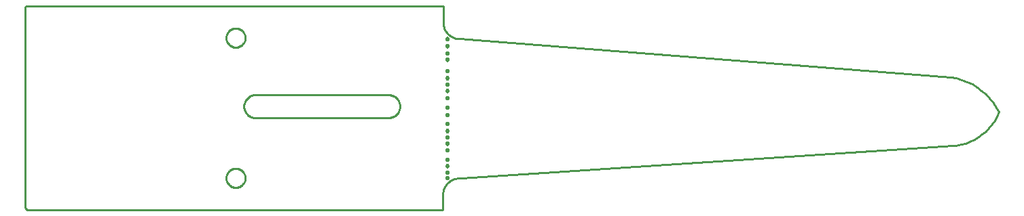
<source format=gbr>
G04 EAGLE Gerber RS-274X export*
G75*
%MOMM*%
%FSLAX34Y34*%
%LPD*%
%IN*%
%IPPOS*%
%AMOC8*
5,1,8,0,0,1.08239X$1,22.5*%
G01*
%ADD10C,0.254000*%


D10*
X5250Y12500D02*
X7750Y10000D01*
X525250Y10000D01*
X525250Y27500D01*
X525336Y29461D01*
X525592Y31407D01*
X526017Y33323D01*
X526607Y35195D01*
X527358Y37009D01*
X528264Y38750D01*
X529319Y40405D01*
X530514Y41963D01*
X531840Y43410D01*
X533287Y44736D01*
X534845Y45931D01*
X536500Y46986D01*
X538241Y47892D01*
X540055Y48643D01*
X541927Y49233D01*
X543843Y49658D01*
X545789Y49914D01*
X547750Y50000D01*
X549000Y50000D01*
X1161500Y90000D01*
X1166027Y90513D01*
X1171818Y91629D01*
X1177489Y93244D01*
X1182998Y95348D01*
X1188302Y97924D01*
X1193362Y100952D01*
X1198139Y104410D01*
X1202596Y108271D01*
X1206700Y112505D01*
X1210419Y117082D01*
X1213724Y121965D01*
X1216592Y127117D01*
X1219000Y132500D01*
X1215918Y138083D01*
X1211998Y143971D01*
X1207580Y149494D01*
X1202697Y154612D01*
X1197387Y159284D01*
X1191690Y163476D01*
X1185649Y167155D01*
X1179310Y170294D01*
X1172722Y172868D01*
X1165935Y174859D01*
X1159000Y176250D01*
X546500Y223750D01*
X544757Y223826D01*
X543027Y224054D01*
X541324Y224431D01*
X539660Y224956D01*
X538048Y225624D01*
X536500Y226430D01*
X535028Y227367D01*
X533644Y228429D01*
X532358Y229608D01*
X531179Y230894D01*
X530117Y232278D01*
X529180Y233750D01*
X528374Y235298D01*
X527706Y236910D01*
X527181Y238574D01*
X526804Y240277D01*
X526576Y242007D01*
X526500Y243750D01*
X526500Y265000D01*
X6500Y265000D01*
X5250Y263750D01*
X5250Y12500D01*
X291500Y125000D02*
X457750Y125000D01*
X459003Y125055D01*
X460246Y125218D01*
X461471Y125490D01*
X462667Y125867D01*
X463825Y126347D01*
X464938Y126926D01*
X465995Y127600D01*
X466990Y128363D01*
X467915Y129210D01*
X468762Y130135D01*
X469525Y131130D01*
X470199Y132188D01*
X470778Y133300D01*
X471258Y134458D01*
X471635Y135654D01*
X471907Y136879D01*
X472070Y138122D01*
X472125Y139375D01*
X472070Y140628D01*
X471907Y141871D01*
X471635Y143096D01*
X471258Y144292D01*
X470778Y145450D01*
X470199Y146563D01*
X469525Y147620D01*
X468762Y148615D01*
X467915Y149540D01*
X466990Y150387D01*
X465995Y151150D01*
X464938Y151824D01*
X463825Y152403D01*
X462667Y152883D01*
X461471Y153260D01*
X460246Y153532D01*
X459003Y153695D01*
X457750Y153750D01*
X292750Y153750D01*
X291495Y153750D01*
X290244Y153640D01*
X289008Y153422D01*
X287796Y153097D01*
X286616Y152667D01*
X285479Y152137D01*
X284392Y151509D01*
X283364Y150789D01*
X282402Y149982D01*
X281515Y149094D01*
X280708Y148132D01*
X279988Y147104D01*
X279361Y146017D01*
X278831Y144879D01*
X278402Y143699D01*
X278077Y142487D01*
X277859Y141251D01*
X277750Y140000D01*
X277750Y138745D01*
X277860Y137494D01*
X278078Y136258D01*
X278403Y135046D01*
X278833Y133866D01*
X279363Y132729D01*
X279991Y131642D01*
X280711Y130614D01*
X281518Y129652D01*
X282406Y128765D01*
X283368Y127958D01*
X284396Y127238D01*
X285483Y126611D01*
X286621Y126081D01*
X287801Y125652D01*
X289013Y125327D01*
X290250Y125109D01*
X291500Y125000D01*
X532500Y49852D02*
X532442Y49562D01*
X532329Y49289D01*
X532165Y49044D01*
X531956Y48835D01*
X531711Y48671D01*
X531438Y48558D01*
X531148Y48500D01*
X530852Y48500D01*
X530562Y48558D01*
X530289Y48671D01*
X530044Y48835D01*
X529835Y49044D01*
X529671Y49289D01*
X529558Y49562D01*
X529500Y49852D01*
X529500Y50148D01*
X529558Y50438D01*
X529671Y50711D01*
X529835Y50956D01*
X530044Y51165D01*
X530289Y51329D01*
X530562Y51442D01*
X530852Y51500D01*
X531148Y51500D01*
X531438Y51442D01*
X531711Y51329D01*
X531956Y51165D01*
X532165Y50956D01*
X532329Y50711D01*
X532442Y50438D01*
X532500Y50148D01*
X532500Y49852D01*
X532500Y56852D02*
X532442Y56562D01*
X532329Y56289D01*
X532165Y56044D01*
X531956Y55835D01*
X531711Y55671D01*
X531438Y55558D01*
X531148Y55500D01*
X530852Y55500D01*
X530562Y55558D01*
X530289Y55671D01*
X530044Y55835D01*
X529835Y56044D01*
X529671Y56289D01*
X529558Y56562D01*
X529500Y56852D01*
X529500Y57148D01*
X529558Y57438D01*
X529671Y57711D01*
X529835Y57956D01*
X530044Y58165D01*
X530289Y58329D01*
X530562Y58442D01*
X530852Y58500D01*
X531148Y58500D01*
X531438Y58442D01*
X531711Y58329D01*
X531956Y58165D01*
X532165Y57956D01*
X532329Y57711D01*
X532442Y57438D01*
X532500Y57148D01*
X532500Y56852D01*
X532500Y64852D02*
X532442Y64562D01*
X532329Y64289D01*
X532165Y64044D01*
X531956Y63835D01*
X531711Y63671D01*
X531438Y63558D01*
X531148Y63500D01*
X530852Y63500D01*
X530562Y63558D01*
X530289Y63671D01*
X530044Y63835D01*
X529835Y64044D01*
X529671Y64289D01*
X529558Y64562D01*
X529500Y64852D01*
X529500Y65148D01*
X529558Y65438D01*
X529671Y65711D01*
X529835Y65956D01*
X530044Y66165D01*
X530289Y66329D01*
X530562Y66442D01*
X530852Y66500D01*
X531148Y66500D01*
X531438Y66442D01*
X531711Y66329D01*
X531956Y66165D01*
X532165Y65956D01*
X532329Y65711D01*
X532442Y65438D01*
X532500Y65148D01*
X532500Y64852D01*
X532500Y72852D02*
X532442Y72562D01*
X532329Y72289D01*
X532165Y72044D01*
X531956Y71835D01*
X531711Y71671D01*
X531438Y71558D01*
X531148Y71500D01*
X530852Y71500D01*
X530562Y71558D01*
X530289Y71671D01*
X530044Y71835D01*
X529835Y72044D01*
X529671Y72289D01*
X529558Y72562D01*
X529500Y72852D01*
X529500Y73148D01*
X529558Y73438D01*
X529671Y73711D01*
X529835Y73956D01*
X530044Y74165D01*
X530289Y74329D01*
X530562Y74442D01*
X530852Y74500D01*
X531148Y74500D01*
X531438Y74442D01*
X531711Y74329D01*
X531956Y74165D01*
X532165Y73956D01*
X532329Y73711D01*
X532442Y73438D01*
X532500Y73148D01*
X532500Y72852D01*
X532500Y84852D02*
X532442Y84562D01*
X532329Y84289D01*
X532165Y84044D01*
X531956Y83835D01*
X531711Y83671D01*
X531438Y83558D01*
X531148Y83500D01*
X530852Y83500D01*
X530562Y83558D01*
X530289Y83671D01*
X530044Y83835D01*
X529835Y84044D01*
X529671Y84289D01*
X529558Y84562D01*
X529500Y84852D01*
X529500Y85148D01*
X529558Y85438D01*
X529671Y85711D01*
X529835Y85956D01*
X530044Y86165D01*
X530289Y86329D01*
X530562Y86442D01*
X530852Y86500D01*
X531148Y86500D01*
X531438Y86442D01*
X531711Y86329D01*
X531956Y86165D01*
X532165Y85956D01*
X532329Y85711D01*
X532442Y85438D01*
X532500Y85148D01*
X532500Y84852D01*
X532500Y92852D02*
X532442Y92562D01*
X532329Y92289D01*
X532165Y92044D01*
X531956Y91835D01*
X531711Y91671D01*
X531438Y91558D01*
X531148Y91500D01*
X530852Y91500D01*
X530562Y91558D01*
X530289Y91671D01*
X530044Y91835D01*
X529835Y92044D01*
X529671Y92289D01*
X529558Y92562D01*
X529500Y92852D01*
X529500Y93148D01*
X529558Y93438D01*
X529671Y93711D01*
X529835Y93956D01*
X530044Y94165D01*
X530289Y94329D01*
X530562Y94442D01*
X530852Y94500D01*
X531148Y94500D01*
X531438Y94442D01*
X531711Y94329D01*
X531956Y94165D01*
X532165Y93956D01*
X532329Y93711D01*
X532442Y93438D01*
X532500Y93148D01*
X532500Y92852D01*
X532500Y100852D02*
X532442Y100562D01*
X532329Y100289D01*
X532165Y100044D01*
X531956Y99835D01*
X531711Y99671D01*
X531438Y99558D01*
X531148Y99500D01*
X530852Y99500D01*
X530562Y99558D01*
X530289Y99671D01*
X530044Y99835D01*
X529835Y100044D01*
X529671Y100289D01*
X529558Y100562D01*
X529500Y100852D01*
X529500Y101148D01*
X529558Y101438D01*
X529671Y101711D01*
X529835Y101956D01*
X530044Y102165D01*
X530289Y102329D01*
X530562Y102442D01*
X530852Y102500D01*
X531148Y102500D01*
X531438Y102442D01*
X531711Y102329D01*
X531956Y102165D01*
X532165Y101956D01*
X532329Y101711D01*
X532442Y101438D01*
X532500Y101148D01*
X532500Y100852D01*
X532500Y108852D02*
X532442Y108562D01*
X532329Y108289D01*
X532165Y108044D01*
X531956Y107835D01*
X531711Y107671D01*
X531438Y107558D01*
X531148Y107500D01*
X530852Y107500D01*
X530562Y107558D01*
X530289Y107671D01*
X530044Y107835D01*
X529835Y108044D01*
X529671Y108289D01*
X529558Y108562D01*
X529500Y108852D01*
X529500Y109148D01*
X529558Y109438D01*
X529671Y109711D01*
X529835Y109956D01*
X530044Y110165D01*
X530289Y110329D01*
X530562Y110442D01*
X530852Y110500D01*
X531148Y110500D01*
X531438Y110442D01*
X531711Y110329D01*
X531956Y110165D01*
X532165Y109956D01*
X532329Y109711D01*
X532442Y109438D01*
X532500Y109148D01*
X532500Y108852D01*
X532500Y117852D02*
X532442Y117562D01*
X532329Y117289D01*
X532165Y117044D01*
X531956Y116835D01*
X531711Y116671D01*
X531438Y116558D01*
X531148Y116500D01*
X530852Y116500D01*
X530562Y116558D01*
X530289Y116671D01*
X530044Y116835D01*
X529835Y117044D01*
X529671Y117289D01*
X529558Y117562D01*
X529500Y117852D01*
X529500Y118148D01*
X529558Y118438D01*
X529671Y118711D01*
X529835Y118956D01*
X530044Y119165D01*
X530289Y119329D01*
X530562Y119442D01*
X530852Y119500D01*
X531148Y119500D01*
X531438Y119442D01*
X531711Y119329D01*
X531956Y119165D01*
X532165Y118956D01*
X532329Y118711D01*
X532442Y118438D01*
X532500Y118148D01*
X532500Y117852D01*
X532500Y128852D02*
X532442Y128562D01*
X532329Y128289D01*
X532165Y128044D01*
X531956Y127835D01*
X531711Y127671D01*
X531438Y127558D01*
X531148Y127500D01*
X530852Y127500D01*
X530562Y127558D01*
X530289Y127671D01*
X530044Y127835D01*
X529835Y128044D01*
X529671Y128289D01*
X529558Y128562D01*
X529500Y128852D01*
X529500Y129148D01*
X529558Y129438D01*
X529671Y129711D01*
X529835Y129956D01*
X530044Y130165D01*
X530289Y130329D01*
X530562Y130442D01*
X530852Y130500D01*
X531148Y130500D01*
X531438Y130442D01*
X531711Y130329D01*
X531956Y130165D01*
X532165Y129956D01*
X532329Y129711D01*
X532442Y129438D01*
X532500Y129148D01*
X532500Y128852D01*
X532500Y137852D02*
X532442Y137562D01*
X532329Y137289D01*
X532165Y137044D01*
X531956Y136835D01*
X531711Y136671D01*
X531438Y136558D01*
X531148Y136500D01*
X530852Y136500D01*
X530562Y136558D01*
X530289Y136671D01*
X530044Y136835D01*
X529835Y137044D01*
X529671Y137289D01*
X529558Y137562D01*
X529500Y137852D01*
X529500Y138148D01*
X529558Y138438D01*
X529671Y138711D01*
X529835Y138956D01*
X530044Y139165D01*
X530289Y139329D01*
X530562Y139442D01*
X530852Y139500D01*
X531148Y139500D01*
X531438Y139442D01*
X531711Y139329D01*
X531956Y139165D01*
X532165Y138956D01*
X532329Y138711D01*
X532442Y138438D01*
X532500Y138148D01*
X532500Y137852D01*
X532500Y149852D02*
X532442Y149562D01*
X532329Y149289D01*
X532165Y149044D01*
X531956Y148835D01*
X531711Y148671D01*
X531438Y148558D01*
X531148Y148500D01*
X530852Y148500D01*
X530562Y148558D01*
X530289Y148671D01*
X530044Y148835D01*
X529835Y149044D01*
X529671Y149289D01*
X529558Y149562D01*
X529500Y149852D01*
X529500Y150148D01*
X529558Y150438D01*
X529671Y150711D01*
X529835Y150956D01*
X530044Y151165D01*
X530289Y151329D01*
X530562Y151442D01*
X530852Y151500D01*
X531148Y151500D01*
X531438Y151442D01*
X531711Y151329D01*
X531956Y151165D01*
X532165Y150956D01*
X532329Y150711D01*
X532442Y150438D01*
X532500Y150148D01*
X532500Y149852D01*
X532500Y158852D02*
X532442Y158562D01*
X532329Y158289D01*
X532165Y158044D01*
X531956Y157835D01*
X531711Y157671D01*
X531438Y157558D01*
X531148Y157500D01*
X530852Y157500D01*
X530562Y157558D01*
X530289Y157671D01*
X530044Y157835D01*
X529835Y158044D01*
X529671Y158289D01*
X529558Y158562D01*
X529500Y158852D01*
X529500Y159148D01*
X529558Y159438D01*
X529671Y159711D01*
X529835Y159956D01*
X530044Y160165D01*
X530289Y160329D01*
X530562Y160442D01*
X530852Y160500D01*
X531148Y160500D01*
X531438Y160442D01*
X531711Y160329D01*
X531956Y160165D01*
X532165Y159956D01*
X532329Y159711D01*
X532442Y159438D01*
X532500Y159148D01*
X532500Y158852D01*
X532500Y166852D02*
X532442Y166562D01*
X532329Y166289D01*
X532165Y166044D01*
X531956Y165835D01*
X531711Y165671D01*
X531438Y165558D01*
X531148Y165500D01*
X530852Y165500D01*
X530562Y165558D01*
X530289Y165671D01*
X530044Y165835D01*
X529835Y166044D01*
X529671Y166289D01*
X529558Y166562D01*
X529500Y166852D01*
X529500Y167148D01*
X529558Y167438D01*
X529671Y167711D01*
X529835Y167956D01*
X530044Y168165D01*
X530289Y168329D01*
X530562Y168442D01*
X530852Y168500D01*
X531148Y168500D01*
X531438Y168442D01*
X531711Y168329D01*
X531956Y168165D01*
X532165Y167956D01*
X532329Y167711D01*
X532442Y167438D01*
X532500Y167148D01*
X532500Y166852D01*
X532500Y174852D02*
X532442Y174562D01*
X532329Y174289D01*
X532165Y174044D01*
X531956Y173835D01*
X531711Y173671D01*
X531438Y173558D01*
X531148Y173500D01*
X530852Y173500D01*
X530562Y173558D01*
X530289Y173671D01*
X530044Y173835D01*
X529835Y174044D01*
X529671Y174289D01*
X529558Y174562D01*
X529500Y174852D01*
X529500Y175148D01*
X529558Y175438D01*
X529671Y175711D01*
X529835Y175956D01*
X530044Y176165D01*
X530289Y176329D01*
X530562Y176442D01*
X530852Y176500D01*
X531148Y176500D01*
X531438Y176442D01*
X531711Y176329D01*
X531956Y176165D01*
X532165Y175956D01*
X532329Y175711D01*
X532442Y175438D01*
X532500Y175148D01*
X532500Y174852D01*
X532500Y183852D02*
X532442Y183562D01*
X532329Y183289D01*
X532165Y183044D01*
X531956Y182835D01*
X531711Y182671D01*
X531438Y182558D01*
X531148Y182500D01*
X530852Y182500D01*
X530562Y182558D01*
X530289Y182671D01*
X530044Y182835D01*
X529835Y183044D01*
X529671Y183289D01*
X529558Y183562D01*
X529500Y183852D01*
X529500Y184148D01*
X529558Y184438D01*
X529671Y184711D01*
X529835Y184956D01*
X530044Y185165D01*
X530289Y185329D01*
X530562Y185442D01*
X530852Y185500D01*
X531148Y185500D01*
X531438Y185442D01*
X531711Y185329D01*
X531956Y185165D01*
X532165Y184956D01*
X532329Y184711D01*
X532442Y184438D01*
X532500Y184148D01*
X532500Y183852D01*
X532500Y197852D02*
X532442Y197562D01*
X532329Y197289D01*
X532165Y197044D01*
X531956Y196835D01*
X531711Y196671D01*
X531438Y196558D01*
X531148Y196500D01*
X530852Y196500D01*
X530562Y196558D01*
X530289Y196671D01*
X530044Y196835D01*
X529835Y197044D01*
X529671Y197289D01*
X529558Y197562D01*
X529500Y197852D01*
X529500Y198148D01*
X529558Y198438D01*
X529671Y198711D01*
X529835Y198956D01*
X530044Y199165D01*
X530289Y199329D01*
X530562Y199442D01*
X530852Y199500D01*
X531148Y199500D01*
X531438Y199442D01*
X531711Y199329D01*
X531956Y199165D01*
X532165Y198956D01*
X532329Y198711D01*
X532442Y198438D01*
X532500Y198148D01*
X532500Y197852D01*
X532500Y205852D02*
X532442Y205562D01*
X532329Y205289D01*
X532165Y205044D01*
X531956Y204835D01*
X531711Y204671D01*
X531438Y204558D01*
X531148Y204500D01*
X530852Y204500D01*
X530562Y204558D01*
X530289Y204671D01*
X530044Y204835D01*
X529835Y205044D01*
X529671Y205289D01*
X529558Y205562D01*
X529500Y205852D01*
X529500Y206148D01*
X529558Y206438D01*
X529671Y206711D01*
X529835Y206956D01*
X530044Y207165D01*
X530289Y207329D01*
X530562Y207442D01*
X530852Y207500D01*
X531148Y207500D01*
X531438Y207442D01*
X531711Y207329D01*
X531956Y207165D01*
X532165Y206956D01*
X532329Y206711D01*
X532442Y206438D01*
X532500Y206148D01*
X532500Y205852D01*
X532500Y214852D02*
X532442Y214562D01*
X532329Y214289D01*
X532165Y214044D01*
X531956Y213835D01*
X531711Y213671D01*
X531438Y213558D01*
X531148Y213500D01*
X530852Y213500D01*
X530562Y213558D01*
X530289Y213671D01*
X530044Y213835D01*
X529835Y214044D01*
X529671Y214289D01*
X529558Y214562D01*
X529500Y214852D01*
X529500Y215148D01*
X529558Y215438D01*
X529671Y215711D01*
X529835Y215956D01*
X530044Y216165D01*
X530289Y216329D01*
X530562Y216442D01*
X530852Y216500D01*
X531148Y216500D01*
X531438Y216442D01*
X531711Y216329D01*
X531956Y216165D01*
X532165Y215956D01*
X532329Y215711D01*
X532442Y215438D01*
X532500Y215148D01*
X532500Y214852D01*
X532500Y223852D02*
X532442Y223562D01*
X532329Y223289D01*
X532165Y223044D01*
X531956Y222835D01*
X531711Y222671D01*
X531438Y222558D01*
X531148Y222500D01*
X530852Y222500D01*
X530562Y222558D01*
X530289Y222671D01*
X530044Y222835D01*
X529835Y223044D01*
X529671Y223289D01*
X529558Y223562D01*
X529500Y223852D01*
X529500Y224148D01*
X529558Y224438D01*
X529671Y224711D01*
X529835Y224956D01*
X530044Y225165D01*
X530289Y225329D01*
X530562Y225442D01*
X530852Y225500D01*
X531148Y225500D01*
X531438Y225442D01*
X531711Y225329D01*
X531956Y225165D01*
X532165Y224956D01*
X532329Y224711D01*
X532442Y224438D01*
X532500Y224148D01*
X532500Y223852D01*
X279350Y50316D02*
X279277Y51244D01*
X279131Y52164D01*
X278914Y53069D01*
X278626Y53955D01*
X278270Y54815D01*
X277847Y55645D01*
X277361Y56439D01*
X276813Y57192D01*
X276208Y57900D01*
X275550Y58558D01*
X274842Y59163D01*
X274089Y59711D01*
X273295Y60197D01*
X272465Y60620D01*
X271605Y60976D01*
X270719Y61264D01*
X269814Y61481D01*
X268894Y61627D01*
X267966Y61700D01*
X267034Y61700D01*
X266106Y61627D01*
X265186Y61481D01*
X264281Y61264D01*
X263395Y60976D01*
X262535Y60620D01*
X261705Y60197D01*
X260911Y59711D01*
X260158Y59163D01*
X259450Y58558D01*
X258792Y57900D01*
X258187Y57192D01*
X257639Y56439D01*
X257153Y55645D01*
X256730Y54815D01*
X256374Y53955D01*
X256086Y53069D01*
X255869Y52164D01*
X255723Y51244D01*
X255650Y50316D01*
X255650Y49384D01*
X255723Y48456D01*
X255869Y47536D01*
X256086Y46631D01*
X256374Y45745D01*
X256730Y44885D01*
X257153Y44055D01*
X257639Y43261D01*
X258187Y42508D01*
X258792Y41800D01*
X259450Y41142D01*
X260158Y40537D01*
X260911Y39989D01*
X261705Y39503D01*
X262535Y39080D01*
X263395Y38724D01*
X264281Y38436D01*
X265186Y38219D01*
X266106Y38073D01*
X267034Y38000D01*
X267966Y38000D01*
X268894Y38073D01*
X269814Y38219D01*
X270719Y38436D01*
X271605Y38724D01*
X272465Y39080D01*
X273295Y39503D01*
X274089Y39989D01*
X274842Y40537D01*
X275550Y41142D01*
X276208Y41800D01*
X276813Y42508D01*
X277361Y43261D01*
X277847Y44055D01*
X278270Y44885D01*
X278626Y45745D01*
X278914Y46631D01*
X279131Y47536D01*
X279277Y48456D01*
X279350Y49384D01*
X279350Y50316D01*
X279350Y225616D02*
X279277Y226544D01*
X279131Y227464D01*
X278914Y228369D01*
X278626Y229255D01*
X278270Y230115D01*
X277847Y230945D01*
X277361Y231739D01*
X276813Y232492D01*
X276208Y233200D01*
X275550Y233858D01*
X274842Y234463D01*
X274089Y235011D01*
X273295Y235497D01*
X272465Y235920D01*
X271605Y236276D01*
X270719Y236564D01*
X269814Y236781D01*
X268894Y236927D01*
X267966Y237000D01*
X267034Y237000D01*
X266106Y236927D01*
X265186Y236781D01*
X264281Y236564D01*
X263395Y236276D01*
X262535Y235920D01*
X261705Y235497D01*
X260911Y235011D01*
X260158Y234463D01*
X259450Y233858D01*
X258792Y233200D01*
X258187Y232492D01*
X257639Y231739D01*
X257153Y230945D01*
X256730Y230115D01*
X256374Y229255D01*
X256086Y228369D01*
X255869Y227464D01*
X255723Y226544D01*
X255650Y225616D01*
X255650Y224684D01*
X255723Y223756D01*
X255869Y222836D01*
X256086Y221931D01*
X256374Y221045D01*
X256730Y220185D01*
X257153Y219355D01*
X257639Y218561D01*
X258187Y217808D01*
X258792Y217100D01*
X259450Y216442D01*
X260158Y215837D01*
X260911Y215289D01*
X261705Y214803D01*
X262535Y214380D01*
X263395Y214024D01*
X264281Y213736D01*
X265186Y213519D01*
X266106Y213373D01*
X267034Y213300D01*
X267966Y213300D01*
X268894Y213373D01*
X269814Y213519D01*
X270719Y213736D01*
X271605Y214024D01*
X272465Y214380D01*
X273295Y214803D01*
X274089Y215289D01*
X274842Y215837D01*
X275550Y216442D01*
X276208Y217100D01*
X276813Y217808D01*
X277361Y218561D01*
X277847Y219355D01*
X278270Y220185D01*
X278626Y221045D01*
X278914Y221931D01*
X279131Y222836D01*
X279277Y223756D01*
X279350Y224684D01*
X279350Y225616D01*
M02*

</source>
